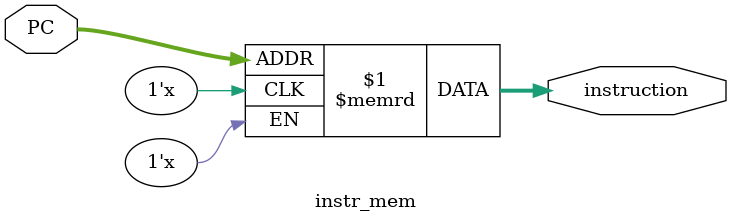
<source format=v>
`timescale 1ns / 1ps


module instr_mem(
    output [31:0] instruction,
    input [6:0] PC
    );
    
    reg [31:0] instr_reg [0:127];
    assign instruction = instr_reg[PC];
    
endmodule

</source>
